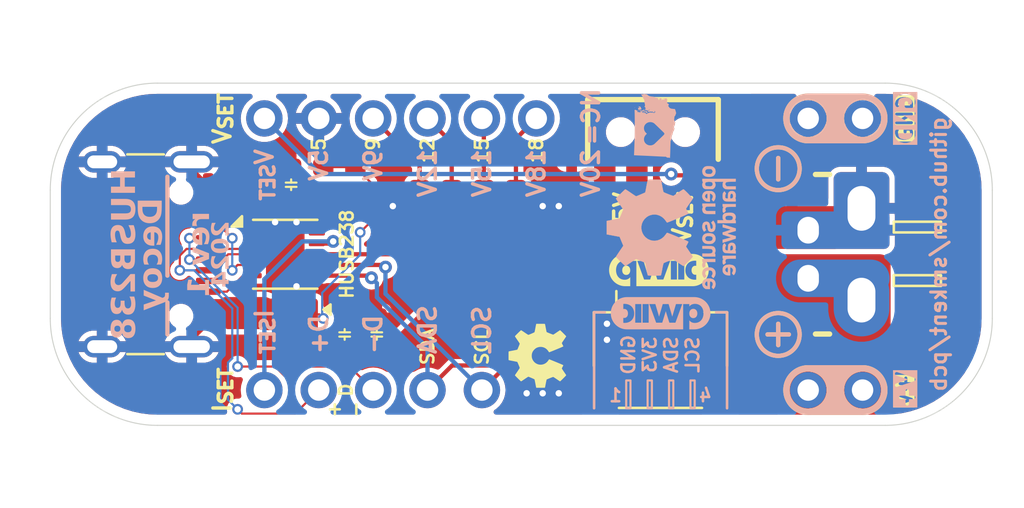
<source format=kicad_pcb>
(kicad_pcb (version 20240108) (generator "pcbnew") (generator_version "8.0")
  (layers (0 "F.Cu" signal) (31 "B.Cu" signal) (34 "B.Paste" user) (35 "F.Paste" user) (36 "B.SilkS" user "B.Silkscreen") (37 "F.SilkS" user "F.Silkscreen") (38 "B.Mask" user) (39 "F.Mask" user) (44 "Edge.Cuts" user))
  (net 0 "")
  (net 1 "VCC")
  (net 2 "CC2")
  (net 5 "15V_SELECT")
  (net 6 "9V_SELECT")
  (net 7 "GND")
  (net 8 "CC1")
  (net 9 "/GATE_DRIVE")
  (net 10 "/GATE")
  (net 11 "SDA")
  (net 12 "VSET")
  (net 13 "SCL")
  (net 14 "ISET")
  (net 15 "D_P")
  (net 16 "D_M")
  (net 17 "/VBUS")
  (net 18 "/HUSB238_VIN")
  (net 19 "12V_SELECT")
  (net 20 "18V_SELECT")
  (net 21 "VSET_EXT")
  (net 22 "Net-(R4-Pad1)")
  (net 23 "Net-(R5-Pad1)")
  (net 24 "Net-(R10-Pad2)")
  (net 25 "Net-(R11-Pad2)")
  (footprint "custom:Conn_Combo_TerminalBlock_JST-1x02-XH_PH-pad2gnd" (layer "F.Cu") (at 141.9 70 90)
    (property "Reference" "J2" (hide yes))
    (property "Value" "Connectors")
    (pad "1" thru_hole oval (at -2.145 2.4892 90) (size 3.39 2.6) (drill oval 2.09 1.3) (layers "*.Cu" "*.Mask") (net 1 "VCC"))
    (pad "1" smd roundrect (at -1.25 -0.75 90) (size 2 5) (layers "F.Cu" "F.Paste" "F.Mask") (net 1 "VCC"))
    (pad "1" thru_hole oval (at -1.125 0 90) (size 1.75 5.05) (drill oval 1.25 1 (offset 0 1.275)) (layers "*.Cu" "*.Mask") (net 1 "VCC"))
    (pad "2" thru_hole roundrect (at 1.125 0 90) (size 1.75 5.05) (drill oval 1.25 1 (offset 0 1.275)) (layers "*.Cu" "*.Mask") (roundrect_rratio 0.1428571429) (net 7 "GND"))
    (pad "2" smd roundrect (at 1.25 -0.75 90) (size 2 5) (layers "F.Cu" "F.Paste" "F.Mask") (net 7 "GND"))
    (pad "2" thru_hole roundrect (at 2.145 2.4892 90) (size 3.39 2.6) (drill oval 2.09 1.3) (layers "*.Cu" "*.Mask") (roundrect_rratio 0.125) (net 7 "GND"))
    (pad "MP" smd roundrect (at -3.85 5.75 90) (size 2.5 3.4) (layers "F.Cu" "F.Paste" "F.Mask") (roundrect_rratio 0.166667) (net 7 "GND"))
    (pad "MP" smd roundrect (at 3.85 5.75 90) (size 2.5 3.4) (layers "F.Cu" "F.Paste" "F.Mask") (roundrect_rratio 0.166667) (net 7 "GND"))
  )
  (footprint "passives:C_0603_1608Metric" (layer "F.Cu") (at 120.25 73.75 90)
    (property "Reference" "C2" (hide yes))
    (property "Value" "10u")
    (pad "1" smd roundrect (at -0.775 0 90) (size 0.9 0.95) (layers "F.Cu" "F.Paste" "F.Mask") (net 1 "VCC"))
    (pad "2" smd roundrect (at 0.775 0 90) (size 0.9 0.95) (layers "F.Cu" "F.Paste" "F.Mask") (net 7 "GND"))
  )
  (footprint "passives:C_0603_1608Metric" (layer "F.Cu") (at 121.75 73.75 90)
    (property "Reference" "C3" (hide yes))
    (property "Value" "10u")
    (pad "1" smd roundrect (at -0.775 0 90) (size 0.9 0.95) (layers "F.Cu" "F.Paste" "F.Mask") (net 1 "VCC"))
    (pad "2" smd roundrect (at 0.775 0 90) (size 0.9 0.95) (layers "F.Cu" "F.Paste" "F.Mask") (net 7 "GND"))
  )
  (footprint "passives:R_0603_1608Metric" (layer "F.Cu") (at 128.25 70.75 90)
    (property "Reference" "R11" (hide yes))
    (property "Value" "0R")
    (pad "1" smd roundrect (at -0.825 0 90) (size 0.8 0.95) (layers "F.Cu" "F.Paste" "F.Mask") (net 7 "GND"))
    (pad "2" smd roundrect (at 0.825 0 90) (size 0.8 0.95) (layers "F.Cu" "F.Paste" "F.Mask") (net 25 "Net-(R11-Pad2)"))
  )
  (footprint "passives:R_0603_1608Metric" (layer "F.Cu") (at 125.25 70.75 90)
    (property "Reference" "R9" (hide yes))
    (property "Value" "0R")
    (pad "1" smd roundrect (at -0.825 0 90) (size 0.8 0.95) (layers "F.Cu" "F.Paste" "F.Mask") (net 7 "GND"))
    (pad "2" smd roundrect (at 0.825 0 90) (size 0.8 0.95) (layers "F.Cu" "F.Paste" "F.Mask") (net 23 "Net-(R5-Pad1)"))
  )
  (footprint "passives:R_0603_1608Metric" (layer "F.Cu") (at 116.25 66.75 -90)
    (property "Reference" "R1" (hide yes))
    (property "Value" "10R")
    (pad "1" smd roundrect (at -0.825 0 270) (size 0.8 0.95) (layers "F.Cu" "F.Paste" "F.Mask") (net 17 "/VBUS"))
    (pad "2" smd roundrect (at 0.825 0 270) (size 0.8 0.95) (layers "F.Cu" "F.Paste" "F.Mask") (net 18 "/HUSB238_VIN"))
  )
  (footprint "passives:R_0603_1608Metric" (layer "F.Cu") (at 125.25 67.75 90)
    (property "Reference" "R5" (hide yes))
    (property "Value" "10K")
    (pad "1" smd roundrect (at -0.825 0 90) (size 0.8 0.95) (layers "F.Cu" "F.Paste" "F.Mask") (net 23 "Net-(R5-Pad1)"))
    (pad "2" smd roundrect (at 0.825 0 90) (size 0.8 0.95) (layers "F.Cu" "F.Paste" "F.Mask") (net 19 "12V_SELECT"))
  )
  (footprint "packages:SOT-23" (layer "F.Cu") (at 117.75 73.75 -90)
    (property "Reference" "Q1" (hide yes))
    (property "Value" "AO3401A")
    (pad "1" smd roundrect (at -0.9375 -0.95 270) (size 1.475 0.6) (layers "F.Cu" "F.Paste" "F.Mask") (net 9 "/GATE_DRIVE"))
    (pad "2" smd roundrect (at -0.9375 0.95 270) (size 1.475 0.6) (layers "F.Cu" "F.Paste" "F.Mask") (net 17 "/VBUS"))
    (pad "3" smd roundrect (at 0.9375 0 270) (size 1.475 0.6) (layers "F.Cu" "F.Paste" "F.Mask") (net 1 "VCC"))
  )
  (footprint "lcsc:SW-SMD_3P-P1.50_L2.7-W6.6" (layer "F.Cu") (at 134.65 64.75 180)
    (property "Reference" "SW2" (hide yes))
    (property "Value" "SW_SPDT_MountingPin")
    (pad "" np_thru_hole circle (at -1.5 0.46 180) (size 0.9 0.9) (drill 0.9) (layers "F&B.Cu" "*.Mask"))
    (pad "" np_thru_hole circle (at 1.5 0.46 180) (size 0.9 0.9) (drill 0.9) (layers "F&B.Cu" "*.Mask"))
    (pad "1" smd roundrect (at -2.25 -1.56 180) (size 1 1.4) (layers "F.Cu" "F.Paste" "F.Mask") (net 21 "VSET_EXT"))
    (pad "2" smd roundrect (at 0.75 -1.56 180) (size 1 1.4) (layers "F.Cu" "F.Paste" "F.Mask") (net 12 "VSET"))
    (pad "3" smd roundrect (at 2.25 -1.56 180) (size 1 1.4) (layers "F.Cu" "F.Paste" "F.Mask") (net 7 "GND"))
    (pad "MP" smd roundrect (at -3.8 -0.64 180) (size 1 1) (layers "F.Cu" "F.Paste" "F.Mask") (net 7 "GND"))
    (pad "MP" smd roundrect (at -3.8 1.56 180) (size 1 1) (layers "F.Cu" "F.Paste" "F.Mask") (net 7 "GND"))
    (pad "MP" smd roundrect (at 3.8 -0.64 180) (size 1 1) (layers "F.Cu" "F.Paste" "F.Mask") (net 7 "GND"))
    (pad "MP" smd roundrect (at 3.8 1.56 180) (size 1 1) (layers "F.Cu" "F.Paste" "F.Mask") (net 7 "GND"))
  )
  (footprint "passives:R_0603_1608Metric" (layer "F.Cu") (at 126.75 70.75 90)
    (property "Reference" "R10" (hide yes))
    (property "Value" "0R")
    (pad "1" smd roundrect (at -0.825 0 90) (size 0.8 0.95) (layers "F.Cu" "F.Paste" "F.Mask") (net 7 "GND"))
    (pad "2" smd roundrect (at 0.825 0 90) (size 0.8 0.95) (layers "F.Cu" "F.Paste" "F.Mask") (net 24 "Net-(R10-Pad2)"))
  )
  (footprint "passives:C_0603_1608Metric" (layer "F.Cu") (at 117.75 66.75 90)
    (property "Reference" "C1" (hide yes))
    (property "Value" "1u")
    (pad "1" smd roundrect (at -0.775 0 90) (size 0.9 0.95) (layers "F.Cu" "F.Paste" "F.Mask") (net 18 "/HUSB238_VIN"))
    (pad "2" smd roundrect (at 0.775 0 90) (size 0.9 0.95) (layers "F.Cu" "F.Paste" "F.Mask") (net 7 "GND"))
  )
  (footprint "passives:R_0603_1608Metric" (layer "F.Cu") (at 126.75 67.75 90)
    (property "Reference" "R6" (hide yes))
    (property "Value" "14K")
    (pad "1" smd roundrect (at -0.825 0 90) (size 0.8 0.95) (layers "F.Cu" "F.Paste" "F.Mask") (net 24 "Net-(R10-Pad2)"))
    (pad "2" smd roundrect (at 0.825 0 90) (size 0.8 0.95) (layers "F.Cu" "F.Paste" "F.Mask") (net 5 "15V_SELECT"))
  )
  (footprint "passives:R_0603_1608Metric" (layer "F.Cu") (at 123.75 70.75 90)
    (property "Reference" "R8" (hide yes))
    (property "Value" "0R")
    (pad "1" smd roundrect (at -0.825 0 90) (size 0.8 0.95) (layers "F.Cu" "F.Paste" "F.Mask") (net 7 "GND"))
    (pad "2" smd roundrect (at 0.825 0 90) (size 0.8 0.95) (layers "F.Cu" "F.Paste" "F.Mask") (net 22 "Net-(R4-Pad1)"))
  )
  (footprint "connector:Qwiic-SMD-horizontal-logo-bottom-pinout" (layer "F.Cu") (at 135 74.5)
    (property "Reference" "J5" (hide yes))
    (property "Value" "Qwiic")
    (fp_text user "SDA" (at 0.5 0.2 90) (layer "B.SilkS") (effects (font (size 0.6 0.6) (thickness 0.12) (bold yes)) (justify mirror)))
    (fp_text user "GND" (at -1.5 0.2 90) (layer "B.SilkS") (effects (font (size 0.6 0.6) (thickness 0.12) (bold yes)) (justify mirror)))
    (fp_text user "1" (at -2.1 2.1 0) (layer "B.SilkS") (effects (font (size 0.6 0.6) (thickness 0.12) (bold yes)) (justify mirror)))
    (fp_text user "SCL" (at 1.5 0.2 90) (layer "B.SilkS") (effects (font (size 0.6 0.6) (thickness 0.12) (bold yes)) (justify mirror)))
    (fp_text user "3V3" (at -0.5 0.2 90) (layer "B.SilkS") (effects (font (size 0.6 0.6) (thickness 0.12) (bold yes)) (justify mirror)))
    (fp_text user "4" (at 2.1 2.1 0) (layer "B.SilkS") (effects (font (size 0.6 0.6) (thickness 0.12) (bold yes)) (justify mirror)))
    (pad "1" smd roundrect (at -1.5 -2) (size 0.6 1.55) (layers "F.Cu" "F.Paste" "F.Mask") (net 7 "GND"))
    (pad "2" smd roundrect (at -0.5 -2) (size 0.6 1.55) (layers "F.Cu" "F.Paste" "F.Mask"))
    (pad "3" smd roundrect (at 0.5 -2) (size 0.6 1.55) (layers "F.Cu" "F.Paste" "F.Mask") (net 11 "SDA"))
    (pad "4" smd roundrect (at 1.5 -2) (size 0.6 1.55) (layers "F.Cu" "F.Paste" "F.Mask") (net 13 "SCL"))
    (pad "MP" smd roundrect (at -2.8 1.875) (size 1.2 1.8) (layers "F.Cu" "F.Paste" "F.Mask") (roundrect_rratio 0.208333) (net 7 "GND"))
    (pad "MP" smd roundrect (at 2.8 1.875) (size 1.2 1.8) (layers "F.Cu" "F.Paste" "F.Mask") (roundrect_rratio 0.208333) (net 7 "GND"))
  )
  (footprint "passives:R_0603_1608Metric" (layer "F.Cu") (at 123.75 67.75 90)
    (property "Reference" "R4" (hide yes))
    (property "Value" "6K")
    (pad "1" smd roundrect (at -0.825 0 90) (size 0.8 0.95) (layers "F.Cu" "F.Paste" "F.Mask") (net 22 "Net-(R4-Pad1)"))
    (pad "2" smd roundrect (at 0.825 0 90) (size 0.8 0.95) (layers "F.Cu" "F.Paste" "F.Mask") (net 6 "9V_SELECT"))
  )
  (footprint "connector:USB-C-Receptacle-16P-TopMount-Horizontal" (layer "F.Cu") (at 110 70 -90)
    (property "Reference" "J1" (hide yes))
    (property "Value" "USB_C_Receptacle_USB2.0_16P")
    (pad "" np_thru_hole circle (at -2.89 -2.605 270) (size 0.65 0.65) (drill 0.65) (layers "F&B.Cu" "*.Mask"))
    (pad "" np_thru_hole circle (at 2.89 -2.605 270) (size 0.65 0.65) (drill 0.65) (layers "F&B.Cu" "*.Mask"))
    (pad "A1" smd roundrect (at -3.2 -3.88 270) (size 0.6 1.15) (layers "F.Cu" "F.Paste" "F.Mask") (net 7 "GND"))
    (pad "A4" smd roundrect (at -2.4 -3.88 270) (size 0.6 1.15) (layers "F.Cu" "F.Paste" "F.Mask") (net 17 "/VBUS"))
    (pad "A5" smd roundrect (at -1.25 -3.88 270) (size 0.3 1.15) (layers "F.Cu" "F.Paste" "F.Mask") (net 8 "CC1"))
    (pad "A6" smd roundrect (at -0.25 -3.88 270) (size 0.3 1.15) (layers "F.Cu" "F.Paste" "F.Mask") (net 15 "D_P"))
    (pad "A7" smd roundrect (at 0.25 -3.88 270) (size 0.3 1.15) (layers "F.Cu" "F.Paste" "F.Mask") (net 16 "D_M"))
    (pad "A8" smd roundrect (at 1.25 -3.88 270) (size 0.3 1.15) (layers "F.Cu" "F.Paste" "F.Mask"))
    (pad "A9" smd roundrect (at 2.4 -3.88 270) (size 0.6 1.15) (layers "F.Cu" "F.Paste" "F.Mask") (net 17 "/VBUS"))
    (pad "A12" smd roundrect (at 3.2 -3.88 270) (size 0.6 1.15) (layers "F.Cu" "F.Paste" "F.Mask") (net 7 "GND"))
    (pad "B1" smd roundrect (at 3.2 -3.88 270) (size 0.6 1.15) (layers "F.Cu" "F.Paste" "F.Mask") (net 7 "GND"))
    (pad "B4" smd roundrect (at 2.4 -3.88 270) (size 0.6 1.15) (layers "F.Cu" "F.Paste" "F.Mask") (net 17 "/VBUS"))
    (pad "B5" smd roundrect (at 1.75 -3.88 270) (size 0.3 1.15) (layers "F.Cu" "F.Paste" "F.Mask") (net 2 "CC2"))
    (pad "B6" smd roundrect (at 0.75 -3.88 270) (size 0.3 1.15) (layers "F.Cu" "F.Paste" "F.Mask") (net 15 "D_P"))
    (pad "B7" smd roundrect (at -0.75 -3.88 270) (size 0.3 1.15) (layers "F.Cu" "F.Paste" "F.Mask") (net 16 "D_M"))
    (pad "B8" smd roundrect (at -1.75 -3.88 270) (size 0.3 1.15) (layers "F.Cu" "F.Paste" "F.Mask"))
    (pad "B9" smd roundrect (at -2.4 -3.88 270) (size 0.6 1.15) (layers "F.Cu" "F.Paste" "F.Mask") (net 17 "/VBUS"))
    (pad "B12" smd roundrect (at -3.2 -3.88 270) (size 0.6 1.15) (layers "F.Cu" "F.Paste" "F.Mask") (net 7 "GND"))
    (pad "S1" thru_hole oval (at -4.32 -3.105 270) (size 1 2.1) (drill oval 0.6 1.7) (layers "*.Cu" "*.Mask" "F.Paste") (net 7 "GND"))
    (pad "S1" thru_hole oval (at -4.32 1.075 270) (size 1 1.8) (drill oval 0.6 1.4) (layers "*.Cu" "*.Mask" "F.Paste") (net 7 "GND"))
    (pad "S1" thru_hole oval (at 4.32 -3.105 270) (size 1 2.1) (drill oval 0.6 1.7) (layers "*.Cu" "*.Mask" "F.Paste") (net 7 "GND"))
    (pad "S1" thru_hole oval (at 4.32 1.075 270) (size 1 1.8) (drill oval 0.6 1.4) (layers "*.Cu" "*.Mask" "F.Paste") (net 7 "GND"))
  )
  (footprint "graphics:oshw-logo-3mm" (layer "F.Cu") (at 129.25 74.75 90)
    (property "Reference" "G***" (hide yes))
    (property "Value" "LOGO" (hide yes))
  )
  (footprint "passives:R_0603_1608Metric" (layer "F.Cu") (at 128.25 67.75 90)
    (property "Reference" "R7" (hide yes))
    (property "Value" "17K4")
    (pad "1" smd roundrect (at -0.825 0 90) (size 0.8 0.95) (layers "F.Cu" "F.Paste" "F.Mask") (net 25 "Net-(R11-Pad2)"))
    (pad "2" smd roundrect (at 0.825 0 90) (size 0.8 0.95) (layers "F.Cu" "F.Paste" "F.Mask") (net 20 "18V_SELECT"))
  )
  (footprint "passives:R_0603_1608Metric" (layer "F.Cu") (at 120.75 66.75 -90)
    (property "Reference" "R3" (hide yes))
    (property "Value" "51K")
    (pad "1" smd roundrect (at -0.825 0 270) (size 0.8 0.95) (layers "F.Cu" "F.Paste" "F.Mask") (net 9 "/GATE_DRIVE"))
    (pad "2" smd roundrect (at 0.825 0 270) (size 0.8 0.95) (layers "F.Cu" "F.Paste" "F.Mask") (net 17 "/VBUS"))
  )
  (footprint "passives:R_0603_1608Metric" (layer "F.Cu") (at 119.25 66.75 90)
    (property "Reference" "R2" (hide yes))
    (property "Value" "5K1")
    (pad "1" smd roundrect (at -0.825 0 90) (size 0.8 0.95) (layers "F.Cu" "F.Paste" "F.Mask") (net 10 "/GATE"))
    (pad "2" smd roundrect (at 0.825 0 90) (size 0.8 0.95) (layers "F.Cu" "F.Paste" "F.Mask") (net 9 "/GATE_DRIVE"))
  )
  (footprint "Package_DFN_QFN:WDFN-10-1EP_3x3mm_P0.5mm_EP1.8x2.5mm" (layer "F.Cu") (at 117.475 70)
    (property "Reference" "U1" (hide yes))
    (property "Value" "HUSB238_002DD")
    (pad "1" smd roundrect (at -1.475 -1) (size 0.75 0.25) (layers "F.Cu" "F.Paste" "F.Mask") (net 18 "/HUSB238_VIN"))
    (pad "2" smd roundrect (at -1.475 -0.5) (size 0.75 0.25) (layers "F.Cu" "F.Paste" "F.Mask") (net 15 "D_P"))
    (pad "3" smd roundrect (at -1.475 0) (size 0.75 0.25) (layers "F.Cu" "F.Paste" "F.Mask") (net 16 "D_M"))
    (pad "4" smd roundrect (at -1.475 0.5) (size 0.75 0.25) (layers "F.Cu" "F.Paste" "F.Mask") (net 8 "CC1"))
    (pad "5" smd roundrect (at -1.475 1) (size 0.75 0.25) (layers "F.Cu" "F.Paste" "F.Mask") (net 2 "CC2"))
    (pad "6" smd roundrect (at 1.475 1) (size 0.75 0.25) (layers "F.Cu" "F.Paste" "F.Mask") (net 11 "SDA"))
    (pad "7" smd roundrect (at 1.475 0.5) (size 0.75 0.25) (layers "F.Cu" "F.Paste" "F.Mask") (net 13 "SCL"))
    (pad "8" smd roundrect (at 1.475 0) (size 0.75 0.25) (layers "F.Cu" "F.Paste" "F.Mask") (net 12 "VSET"))
    (pad "9" smd roundrect (at 1.475 -0.5) (size 0.75 0.25) (layers "F.Cu" "F.Paste" "F.Mask") (net 14 "ISET"))
    (pad "10" smd roundrect (at 1.475 -1) (size 0.75 0.25) (layers "F.Cu" "F.Paste" "F.Mask") (net 10 "/GATE"))
    (pad "11" smd rect (at 0 0) (size 1.8 2.5) (property pad_prop_heatsink) (layers "F.Cu" "F.Mask") (net 7 "GND"))
  )
  (footprint "custom:PinHeader_1x05_P2.54mm_Vertical_simple" (layer "B.Cu") (at 116.5 76.35 -90)
    (property "Reference" "J4" (hide yes))
    (property "Value" "Pin headers")
    (pad "1" thru_hole oval (at 0 0 270) (size 1.7 1.7) (drill 1) (layers "*.Cu" "*.Mask") (net 14 "ISET"))
    (pad "2" thru_hole oval (at 0 -2.54 270) (size 1.7 1.7) (drill 1) (layers "*.Cu" "*.Mask") (net 15 "D_P"))
    (pad "3" thru_hole oval (at 0 -5.08 270) (size 1.7 1.7) (drill 1) (layers "*.Cu" "*.Mask") (net 16 "D_M"))
    (pad "4" thru_hole oval (at 0 -7.62 270) (size 1.7 1.7) (drill 1) (layers "*.Cu" "*.Mask") (net 11 "SDA"))
    (pad "5" thru_hole oval (at 0 -10.16 270) (size 1.7 1.7) (drill 1) (layers "*.Cu" "*.Mask") (net 13 "SCL"))
  )
  (footprint "custom:PinHeader_1x06_P2.54mm_Vertical_simple" (layer "B.Cu") (at 116.5 63.65 -90)
    (property "Reference" "J3" (hide yes))
    (property "Value" "Pin headers")
    (pad "1" thru_hole oval (at 0 0 270) (size 1.7 1.7) (drill 1) (layers "*.Cu" "*.Mask") (net 21 "VSET_EXT"))
    (pad "2" thru_hole oval (at 0 -2.54 270) (size 1.7 1.7) (drill 1) (layers "*.Cu" "*.Mask") (net 7 "GND"))
    (pad "3" thru_hole oval (at 0 -5.08 270) (size 1.7 1.7) (drill 1) (layers "*.Cu" "*.Mask") (net 6 "9V_SELECT"))
    (pad "4" thru_hole oval (at 0 -7.62 270) (size 1.7 1.7) (drill 1) (layers "*.Cu" "*.Mask") (net 19 "12V_SELECT"))
    (pad "5" thru_hole oval (at 0 -10.16 270) (size 1.7 1.7) (drill 1) (layers "*.Cu" "*.Mask") (net 5 "15V_SELECT"))
    (pad "6" thru_hole oval (at 0 -12.7 270) (size 1.7 1.7) (drill 1) (layers "*.Cu" "*.Mask") (net 20 "18V_SELECT"))
  )
  (footprint "custom:PinHeader_1x02_P2.54mm_Vertical_simple" (layer "B.Cu") (at 141.9 76.35 -90)
    (property "Reference" "J7" (hide yes))
    (property "Value" "Pin headers")
    (pad "1" thru_hole oval (at 0 0 270) (size 1.7 1.7) (drill 1) (layers "*.Cu" "*.Mask") (net 1 "VCC"))
    (pad "2" thru_hole oval (at 0 -2.54 270) (size 1.7 1.7) (drill 1) (layers "*.Cu" "*.Mask") (net 1 "VCC"))
  )
  (footprint "graphics:wa-state-heart-3mm" (layer "B.Cu") (at 134.75 64 -90)
    (property "Reference" "G***" (hide yes))
    (property "Value" "LOGO" (hide yes))
  )
  (footprint "Symbol:OSHW-Logo_5.7x6mm_SilkScreen" (layer "B.Cu") (at 135.5 68.75 -90)
    (property "Reference" "REF**" (hide yes))
    (property "Value" "OSHW-Logo_5.7x6mm_SilkScreen" (hide yes))
  )
  (footprint "custom:PinHeader_1x02_P2.54mm_Vertical_simple" (layer "B.Cu") (at 141.9 63.65 -90)
    (property "Reference" "J6" (hide yes))
    (property "Value" "Pin headers")
    (pad "1" thru_hole oval (at 0 0 270) (size 1.7 1.7) (drill 1) (layers "*.Cu" "*.Mask") (net 7 "GND"))
    (pad "2" thru_hole oval (at 0 -2.54 270) (size 1.7 1.7) (drill 1) (layers "*.Cu" "*.Mask") (net 7 "GND"))
  )
  (gr_poly (pts (arc (start 141.9 75.334) (mid 142.916 76.35) (end 141.9 77.366)) (arc (start 144.44 77.366) (mid 143.424 76.35) (end 144.44 75.334))) (stroke (width 0.3)) (fill solid) (layer "B.SilkS"))
  (gr_poly (pts (arc (start 141.9 62.633826) (mid 142.916 63.649826) (end 141.9 64.665826)) (arc (start 144.44 64.665826) (mid 143.424 63.649826) (end 144.44 62.633826))) (stroke (width 0.3)) (fill solid) (layer "B.SilkS"))
  (gr_line (start 140.5 65.5) (end 140.5 66.5) (stroke (width 0.2)) (layer "B.SilkS"))
  (gr_circle (center 141.9 63.649826) (end 140.884 63.649826) (stroke (width 0.3)) (fill none) (layer "B.SilkS"))
  (gr_circle (center 140.5 73.75) (end 140.5 72.75) (stroke (width 0.2)) (fill none) (layer "B.SilkS"))
  (gr_line (start 111.97 66.375) (end 111.97 71) (stroke (width 0.2)) (layer "B.SilkS"))
  (gr_line (start 111.97 72.25) (end 111.97 73.75) (stroke (width 0.2)) (layer "B.SilkS"))
  (gr_circle (center 140.5 66) (end 140.5 65) (stroke (width 0.2)) (fill none) (layer "B.SilkS"))
  (gr_circle (center 144.44 76.35) (end 143.424 76.35) (stroke (width 0.3)) (fill none) (layer "B.SilkS"))
  (gr_line (start 141 73.75) (end 140 73.75) (stroke (width 0.2)) (layer "B.SilkS"))
  (gr_circle (center 141.9 76.35) (end 140.884 76.35) (stroke (width 0.3)) (fill none) (layer "B.SilkS"))
  (gr_circle (center 144.44 63.649826) (end 143.424 63.649826) (stroke (width 0.3)) (fill none) (layer "B.SilkS"))
  (gr_line (start 140.5 73.25) (end 140.5 74.25) (stroke (width 0.2)) (layer "B.SilkS"))
  (gr_line (start 140 73.75) (end 141 73.75) (stroke (width 0.2)) (layer "F.SilkS"))
  (gr_circle (center 141.9 63.649826) (end 142.916 63.649826) (stroke (width 0.3)) (fill none) (layer "F.SilkS"))
  (gr_circle (center 140.5 66) (end 140.5 65) (stroke (width 0.2)) (fill none) (layer "F.SilkS"))
  (gr_circle (center 144.44 76.35) (end 145.456 76.35) (stroke (width 0.3)) (fill none) (layer "F.SilkS"))
  (gr_line (start 140.5 65.5) (end 140.5 66.5) (stroke (width 0.2)) (layer "F.SilkS"))
  (gr_line (start 140.5 73.25) (end 140.5 74.25) (stroke (width 0.2)) (layer "F.SilkS"))
  (gr_poly (pts (arc (start 144.44 62.633826) (mid 143.424 63.649826) (end 144.44 64.665826)) (arc (start 141.9 64.665826) (mid 142.916 63.649826) (end 141.9 62.633826))) (stroke (width 0.3)) (fill solid) (layer "F.SilkS"))
  (gr_poly (pts (arc (start 144.44 75.334) (mid 143.424 76.35) (end 144.44 77.366)) (arc (start 141.9 77.366) (mid 142.916 76.35) (end 141.9 75.334))) (stroke (width 0.3)) (fill solid) (layer "F.SilkS"))
  (gr_circle (center 141.9 76.35) (end 142.916 76.35) (stroke (width 0.3)) (fill none) (layer "F.SilkS"))
  (gr_circle (center 144.44 63.649826) (end 145.456 63.649826) (stroke (width 0.3)) (fill none) (layer "F.SilkS"))
  (gr_circle (center 140.5 73.75) (end 140.5 72.75) (stroke (width 0.2)) (fill none) (layer "F.SilkS"))
  (gr_arc (start 150.5 73) (mid 149.035534 76.535534) (end 145.5 78) (stroke (width 0.05)) (layer "Edge.Cuts"))
  (gr_line (start 111.5 78) (end 145.5 78) (stroke (width 0.05)) (layer "Edge.Cuts"))
  (gr_arc (start 111.5 78) (mid 107.964466 76.535534) (end 106.5 73) (stroke (width 0.05)) (layer "Edge.Cuts"))
  (gr_line (start 106.5 67) (end 106.5 73) (stroke (width 0.05)) (layer "Edge.Cuts"))
  (gr_arc (start 106.5 67) (mid 107.964466 63.464466) (end 111.5 62) (stroke (width 0.05)) (layer "Edge.Cuts"))
  (gr_line (start 145.5 62) (end 111.5 62) (stroke (width 0.05)) (layer "Edge.Cuts"))
  (gr_arc (start 145.5 62) (mid 149.035534 63.464466) (end 150.5 67) (stroke (width 0.05)) (layer "Edge.Cuts"))
  (gr_line (start 150.5 73) (end 150.5 67) (stroke (width 0.05)) (layer "Edge.Cuts"))
  (gr_text "NC=" (at 131.75 65 90) (layer "B.SilkS") (effects (font (size 0.8 0.8) (thickness 0.16) (bold yes)) (justify right mirror)))
  (gr_text "GND" (at 146 63.65 90) (layer "B.SilkS" knockout) (effects (font (size 0.8 0.8) (thickness 0.16) (bold yes)) (justify top mirror)))
  (gr_text "12V" (at 124.12 65 90) (layer "B.SilkS") (effects (font (size 0.8 0.8) (thickness 0.16) (bold yes)) (justify left mirror)))
  (gr_text "5V" (at 119.04 65 90) (layer "B.SilkS") (effects (font (size 0.8 0.8) (thickness 0.16) (bold yes)) (justify left mirror)))
  (gr_text "SCL" (at 126.66 74.75 90) (layer "B.SilkS") (effects (font (size 0.8 0.8) (thickness 0.16) (bold yes)) (justify right mirror)))
  (gr_text "V+" (at 146 76.35 90) (layer "B.SilkS" knockout) (effects (font (size 0.8 0.8) (thickness 0.16) (bold yes)) (justify top mirror)))
  (gr_text "15V" (at 126.66 65 90) (layer "B.SilkS") (effects (font (size 0.8 0.8) (thickness 0.16) (bold yes)) (justify left mirror)))
  (gr_text "18V" (at 129.2 65 90) (layer "B.SilkS") (effects (font (size 0.8 0.8) (thickness 0.16) (bold yes)) (justify left mirror)))
  (gr_text "D+" (at 119.04 74.75 90) (layer "B.SilkS") (effects (font (size 0.8 0.8) (thickness 0.16) (bold yes)) (justify right mirror)))
  (gr_text "Decoy" (at 111.25 70 90) (layer "B.SilkS") (effects (font (size 1.1 1.1) (thickness 0.3) (bold yes)) (justify mirror)))
  (gr_text "I_{SET}" (at 116.5 74.75 90) (layer "B.SilkS") (effects (font (size 0.8 0.8) (thickness 0.16) (bold yes)) (justify right mirror)))
  (gr_text "D-" (at 121.58 74.75 90) (layer "B.SilkS") (effects (font (size 0.8 0.8) (thickness 0.16) (bold yes)) (justify right mirror)))
  (gr_text "rev 1" (at 113.5 70 90) (layer "B.SilkS") (effects (font (size 1 1) (thickness 0.24) (bold yes)) (justify mirror)))
  (gr_text "9V" (at 121.58 65 90) (layer "B.SilkS") (effects (font (size 0.8 0.8) (thickness 0.16) (bold yes)) (justify left mirror)))
  (gr_text "SDA" (at 124.12 74.75 90) (layer "B.SilkS") (effects (font (size 0.8 0.8) (thickness 0.16) (bold yes)) (justify right mirror)))
  (gr_text "V_{SET}" (at 116.5 65 90) (layer "B.SilkS") (effects (font (size 0.8 0.8) (thickness 0.16) (bold yes)) (justify left mirror)))
  (gr_text "2024" (at 114.5 70 90) (layer "B.SilkS") (effects (font (size 0.8 0.8) (thickness 0.24) (bold yes)) (justify mirror)))
  (gr_text "github.com/smkent/pcb" (at 148 70 90) (layer "B.SilkS") (effects (font (size 0.7 0.7) (thickness 0.14) (bold yes)) (justify mirror)))
  (gr_text "HUSB238" (at 110 70 90) (layer "B.SilkS") (effects (font (size 1.1 1.1) (thickness 0.3) (bold yes)) (justify mirror)))
  (gr_text "20V" (at 131.74 65 90) (layer "B.SilkS") (effects (font (size 0.8 0.8) (thickness 0.16) (bold yes)) (justify left mirror)))
  (gr_text "V_{SET}" (at 136 67 90) (layer "F.SilkS") (effects (font (size 0.8 0.8) (thickness 0.16) (bold yes)) (justify right)))
  (gr_text "SCL" (at 126.66 75.25 90) (layer "F.SilkS") (effects (font (size 0.6 0.6) (thickness 0.12) (bold yes)) (justify left)))
  (gr_text "GND" (at 146 63.65 90) (layer "F.SilkS" knockout) (effects (font (size 0.7 0.7) (thickness 0.14) (bold yes)) (justify top)))
  (gr_text "I_{SET}" (at 115 76.35 90) (layer "F.SilkS") (effects (font (size 0.8 0.8) (thickness 0.16) (bold yes)) (justify bottom)))
  (gr_text "-" (at 120.75 77.25 90) (layer "F.SilkS") (effects (font (size 0.6 0.6) (thickness 0.12) (bold yes))))
  (gr_text "HUSB238" (at 120 70 90) (layer "F.SilkS") (effects (font (size 0.6 0.6) (thickness 0.12) (bold yes)) (justify top)))
  (gr_text "12" (at 124.12 64.5 90) (layer "F.SilkS") (effects (font (size 0.6 0.6) (thickness 0.12) (bold yes)) (justify right)))
  (gr_text "5V" (at 133.25 67 90) (layer "F.SilkS") (effects (font (size 0.8 0.8) (thickness 0.16) (bold yes)) (justify right)))
  (gr_text "18" (at 129.2 64.5 90) (layer "F.SilkS") (effects (font (size 0.6 0.6) (thickness 0.12) (bold yes)) (justify right)))
  (gr_text "15" (at 126.66 64.5 90) (layer "F.SilkS") (effects (font (size 0.6 0.6) (thickness 0.12) (bold yes)) (justify right)))
  (gr_text "9" (at 121.58 64.5 90) (layer "F.SilkS") (effects (font (size 0.6 0.6) (thickness 0.12) (bold yes)) (justify right)))
  (gr_text "V+" (at 146 76.35 90) (layer "F.SilkS" knockout) (effects (font (size 0.7 0.7) (thickness 0.14) (bold yes)) (justify top)))
  (gr_text "+" (at 119.75 77.25 90) (layer "F.SilkS") (effects (font (size 0.6 0.6) (thickness 0.12) (bold yes))))
  (gr_text "V_{SET}" (at 115 63.65 90) (layer "F.SilkS") (effects (font (size 0.8 0.8) (thickness 0.16) (bold yes)) (justify bottom)))
  (gr_text "SDA" (at 124.12 75.25 90) (layer "F.SilkS") (effects (font (size 0.6 0.6) (thickness 0.12) (bold yes)) (justify left)))
  (gr_text "D" (at 120.31 76.35 90) (layer "F.SilkS") (effects (font (size 0.6 0.6) (thickness 0.12) (bold yes))))
  (gr_text "5" (at 119.04 64.5 90) (layer "F.SilkS") (effects (font (size 0.6 0.6) (thickness 0.12) (bold yes)) (justify right)))
  (segment (start 116 71) (end 115.5 71) (width 0.1) (layer "F.Cu") (net 2))
  (segment (start 114.75 71.75) (end 113.88 71.75) (width 0.1) (layer "F.Cu") (net 2))
  (segment (start 115.5 71) (end 114.75 71.75) (width 0.1) (layer "F.Cu") (net 2))
  (segment (start 126.75 63.74) (end 126.66 63.65) (width 0.2) (layer "F.Cu") (net 5))
  (segment (start 126.75 66.925) (end 126.75 63.74) (width 0.2) (layer "F.Cu") (net 5))
  (segment (start 123.75 66.925) (end 123.75 65.82) (width 0.2) (layer "F.Cu") (net 6))
  (segment (start 123.75 65.82) (end 121.58 63.65) (width 0.2) (layer "F.Cu") (net 6))
  (segment (start 113.88 73.2) (end 114.75 74.07) (width 0.2) (layer "F.Cu") (net 7))
  (segment (start 117.475 69.275) (end 117.5 69.25) (width 0.2) (layer "F.Cu") (net 7))
  (segment (start 113.105 65.68) (end 113.105 66.025) (width 0.2) (layer "F.Cu") (net 7))
  (segment (start 113.105 73.975) (end 113.88 73.2) (width 0.2) (layer "F.Cu") (net 7))
  (segment (start 113.88 66.8) (end 114.5 66.18) (width 0.2) (layer "F.Cu") (net 7))
  (segment (start 113.105 74.32) (end 113.105 73.975) (width 0.2) (layer "F.Cu") (net 7))
  (segment (start 113.105 66.025) (end 113.88 66.8) (width 0.2) (layer "F.Cu") (net 7))
  (segment (start 117.475 70) (end 117.475 69.275) (width 0.2) (layer "F.Cu") (net 7))
  (via (at 122.5 67.75) (size 0.6) (drill 0.3) (layers "F.Cu" "B.Cu") (net 7))
  (via (at 132.5 73.25) (size 0.6) (drill 0.3) (layers "F.Cu" "B.Cu") (net 7))
  (via (at 132.5 74) (size 0.6) (drill 0.3) (layers "F.Cu" "B.Cu") (net 7))
  (via (at 117 68.5) (size 0.6) (drill 0.3) (layers "F.Cu" "B.Cu") (net 7))
  (via (at 129.5 76.5) (size 0.6) (drill 0.3) (layers "F.Cu" "B.Cu") (net 7))
  (via (at 129.5 67.75) (size 0.6) (drill 0.3) (layers "F.Cu" "B.Cu") (net 7))
  (via (at 118 71.5) (size 0.6) (drill 0.3) (layers "F.Cu" "B.Cu") (net 7))
  (via (at 118 68.5) (size 0.6) (drill 0.3) (layers "F.Cu" "B.Cu") (net 7))
  (via (at 128.75 76.5) (size 0.6) (drill 0.3) (layers "F.Cu" "B.Cu") (net 7))
  (via (at 130.25 76.5) (size 0.6) (drill 0.3) (layers "F.Cu" "B.Cu") (net 7))
  (via (at 130.25 67.75) (size 0.6) (drill 0.3) (layers "F.Cu" "B.Cu") (net 7))
  (segment (start 115.25 70.5) (end 115 70.75) (width 0.1) (layer "F.Cu") (net 8))
  (segment (start 114.5 68.75) (end 113.88 68.75) (width 0.1) (layer "F.Cu") (net 8))
  (segment (start 116 70.5) (end 115.25 70.5) (width 0.1) (layer "F.Cu") (net 8))
  (segment (start 115 69.25) (end 114.5 68.75) (width 0.1) (layer "F.Cu") (net 8))
  (via (at 115 69.25) (size 0.5) (drill 0.3) (layers "F.Cu" "B.Cu") (net 8))
  (via (at 115 70.75) (size 0.5) (drill 0.3) (layers "F.Cu" "B.Cu") (net 8))
  (segment (start 115 70.75) (end 115 69.25) (width 0.1) (layer "B.Cu") (net 8))
  (segment (start 119.25 65.925) (end 120.75 65.925) (width 0.1) (layer "F.Cu") (net 9))
  (segment (start 118.7 72.8125) (end 119.0625 72.8125) (width 0.1) (layer "F.Cu") (net 9))
  (segment (start 121.475 66.65) (end 120.75 65.925) (width 0.1) (layer "F.Cu") (net 9))
  (segment (start 120.975 68.975) (end 121.475 68.475) (width 0.1) (layer "F.Cu") (net 9))
  (segment (start 121.475 68.475) (end 121.475 66.65) (width 0.1) (layer "F.Cu") (net 9))
  (segment (start 119.0625 72.8125) (end 119.25 73) (width 0.1) (layer "F.Cu") (net 9))
  (via (at 120.975 68.975) (size 0.5) (drill 0.3) (layers "F.Cu" "B.Cu") (net 9))
  (via (at 119.25 73) (size 0.5) (drill 0.3) (layers "F.Cu" "B.Cu") (net 9))
  (segment (start 120.975 70.025) (end 119.2 71.8) (width 0.1) (layer "B.Cu") (net 9))
  (segment (start 119.2 71.8) (end 119.2 72.95) (width 0.1) (layer "B.Cu") (net 9))
  (segment (start 120.975 68.975) (end 120.975 70.025) (width 0.1) (layer "B.Cu") (net 9))
  (segment (start 119.2 72.95) (end 119.25 73) (width 0.1) (layer "B.Cu") (net 9))
  (segment (start 119.25 68.7) (end 119.25 67.575) (width 0.1) (layer "F.Cu") (net 10))
  (segment (start 118.95 69) (end 119.25 68.7) (width 0.1) (layer "F.Cu") (net 10))
  (segment (start 124.12 76.35) (end 125.27 75.2) (width 0.2) (layer "F.Cu") (net 11))
  (segment (start 135.5 73.709313) (end 135.5 72.5) (width 0.2) (layer "F.Cu") (net 11))
  (segment (start 125.27 75.2) (end 127.244314 75.2) (width 0.2) (layer "F.Cu") (net 11))
  (segment (start 121.4 71) (end 118.95 71) (width 0.2) (layer "F.Cu") (net 11))
  (segment (start 127.669314 74.775) (end 134.434313 74.775) (width 0.2) (layer "F.Cu") (net 11))
  (segment (start 134.434313 74.775) (end 135.5 73.709313) (width 0.2) (layer "F.Cu") (net 11))
  (segment (start 127.244314 75.2) (end 127.669314 74.775) (width 0.2) (layer "F.Cu") (net 11))
  (segment (start 121.5 71.1) (end 121.4 71) (width 0.2) (layer "F.Cu") (net 11))
  (via (at 121.5 71.1) (size 0.6) (drill 0.3) (layers "F.Cu" "B.Cu") (net 11))
  (segment (start 124.12 74.375686) (end 124.12 76.35) (width 0.2) (layer "B.Cu") (net 11))
  (segment (start 121.5 71.1) (end 121.756073 71.356073) (width 0.2) (layer "B.Cu") (net 11))
  (segment (start 121.756073 72.011759) (end 124.12 74.375686) (width 0.2) (layer "B.Cu") (net 11))
  (segment (start 121.756073 71.356073) (end 121.756073 72.011759) (width 0.2) (layer "B.Cu") (net 11))
  (segment (start 133.25 67.5) (end 133.9 66.85) (width 0.2) (layer "F.Cu") (net 12))
  (segment (start 122.637352 70) (end 123.387352 70.75) (width 0.2) (layer "F.Cu") (net 12))
  (segment (start 128.612648 70.75) (end 131.862648 67.5) (width 0.2) (layer "F.Cu") (net 12))
  (segment (start 131.862648 67.5) (end 133.25 67.5) (width 0.2) (layer "F.Cu") (net 12))
  (segment (start 133.9 66.85) (end 133.9 66.31) (width 0.2) (layer "F.Cu") (net 12))
  (segment (start 123.387352 70.75) (end 128.612648 70.75) (width 0.2) (layer "F.Cu") (net 12))
  (segment (start 118.95 70) (end 122.637352 70) (width 0.2) (layer "F.Cu") (net 12))
  (segment (start 134.599999 75.175) (end 136.5 73.274999) (width 0.2) (layer "F.Cu") (net 13))
  (segment (start 126.66 76.35) (end 127.835 75.175) (width 0.2) (layer "F.Cu") (net 13))
  (segment (start 122.156073 70.6) (end 122.056073 70.5) (width 0.2) (layer "F.Cu") (net 13))
  (segment (start 127.835 75.175) (end 134.599999 75.175) (width 0.2) (layer "F.Cu") (net 13))
  (segment (start 136.5 73.274999) (end 136.5 72.5) (width 0.2) (layer "F.Cu") (net 13))
  (segment (start 122.056073 70.5) (end 118.95 70.5) (width 0.2) (layer "F.Cu") (net 13))
  (via (at 122.156073 70.6) (size 0.6) (drill 0.3) (layers "F.Cu" "B.Cu") (net 13))
  (segment (start 122.156073 70.6) (end 122.156073 71.846073) (width 0.2) (layer "B.Cu") (net 13))
  (segment (start 122.156073 71.846073) (end 126.66 76.35) (width 0.2) (layer "B.Cu") (net 13))
  (segment (start 119.713119 69.4) (end 119.613119 69.5) (width 0.2) (layer "F.Cu") (net 14))
  (segment (start 119.613119 69.5) (end 118.95 69.5) (width 0.2) (layer "F.Cu") (net 14))
  (via (at 119.713119 69.4) (size 0.6) (drill 0.3) (layers "F.Cu" "B.Cu") (net 14))
  (segment (start 119.713119 69.4) (end 118.270383 69.4) (width 0.2) (layer "B.Cu") (net 14))
  (segment (start 116.5 71.170383) (end 116.5 76.35) (width 0.2) (layer "B.Cu") (net 14))
  (segment (start 118.270383 69.4) (end 116.5 71.170383) (width 0.2) (layer "B.Cu") (net 14))
  (segment (start 115.375001 69.75) (end 113.88 69.75) (width 0.1) (layer "F.Cu") (net 15))
  (segment (start 112.55 70.75) (end 112.55 70.063603) (width 0.1) (layer "F.Cu") (net 15))
  (segment (start 113.88 70.75) (end 112.55 70.75) (width 0.1) (layer "F.Cu") (net 15))
  (segment (start 112.863603 69.75) (end 113.88 69.75) (width 0.1) (layer "F.Cu") (net 15))
  (segment (start 115.25 77.25) (end 115.45 77.45) (width 0.1) (layer "F.Cu") (net 15))
  (segment (start 116 69.5) (end 115.625001 69.5) (width 0.1) (layer "F.Cu") (net 15))
  (segment (start 117.94 77.45) (end 119.04 76.35) (width 0.1) (layer "F.Cu") (net 15))
  (segment (start 115.625001 69.5) (end 115.375001 69.75) (width 0.1) (layer "F.Cu") (net 15))
  (segment (start 112.55 70.063603) (end 112.863603 69.75) (width 0.1) (layer "F.Cu") (net 15))
  (segment (start 115.45 77.45) (end 117.94 77.45) (width 0.1) (layer "F.Cu") (net 15))
  (via (at 112.55 70.75) (size 0.5) (drill 0.3) (layers "F.Cu" "B.Cu") (net 15))
  (via (at 115.25 77.25) (size 0.5) (drill 0.3) (layers "F.Cu" "B.Cu") (net 15))
  (segment (start 113.217158 70.75) (end 112.55 70.75) (width 0.1) (layer "B.Cu") (net 15))
  (segment (start 115 74.863603) (end 115 72.532842) (width 0.1) (layer "B.Cu") (net 15))
  (segment (start 115.25 77.25) (end 114.8 76.8) (width 0.1) (layer "B.Cu") (net 15))
  (segment (start 114.8 75.063603) (end 115 74.863603) (width 0.1) (layer "B.Cu") (net 15))
  (segment (start 114.8 76.8) (end 114.8 75.063603) (width 0.1) (layer "B.Cu") (net 15))
  (segment (start 115 72.532842) (end 113.217158 70.75) (width 0.1) (layer "B.Cu") (net 15))
  (segment (start 118.494842 75.25) (end 120.48 75.25) (width 0.1) (layer "F.Cu") (net 16))
  (segment (start 113.88 70.25) (end 113 70.25) (width 0.1) (layer "F.Cu") (net 16))
  (segment (start 117 75.25) (end 117.425 75.675) (width 0.1) (layer "F.Cu") (net 16))
  (segment (start 115.25 75.25) (end 117 75.25) (width 0.1) (layer "F.Cu") (net 16))
  (segment (start 114.562501 70.25) (end 113.88 70.25) (width 0.1) (layer "F.Cu") (net 16))
  (segment (start 120.48 75.25) (end 121.58 76.35) (width 0.1) (layer "F.Cu") (net 16))
  (segment (start 113 69.25) (end 113.88 69.25) (width 0.1) (layer "F.Cu") (net 16))
  (segment (start 114.812501 70) (end 114.562501 70.25) (width 0.1) (layer "F.Cu") (net 16))
  (segment (start 116 70) (end 114.812501 70) (width 0.1) (layer "F.Cu") (net 16))
  (segment (start 117.425 75.675) (end 118.069842 75.675) (width 0.1) (layer "F.Cu") (net 16))
  (segment (start 118.069842 75.675) (end 118.494842 75.25) (width 0.1) (layer "F.Cu") (net 16))
  (via (at 115.25 75.25) (size 0.5) (drill 0.3) (layers "F.Cu" "B.Cu") (net 16))
  (via (at 113 70.25) (size 0.5) (drill 0.3) (layers "F.Cu" "B.Cu") (net 16))
  (via (at 113 69.25) (size 0.5) (drill 0.3) (layers "F.Cu" "B.Cu") (net 16))
  (segment (start 115.25 75.25) (end 115.25 72.5) (width 0.1) (layer "B.Cu") (net 16))
  (segment (start 113 70.25) (end 113 69.25) (width 0.1) (layer "B.Cu") (net 16))
  (segment (start 115.25 72.5) (end 113 70.25) (width 0.1) (layer "B.Cu") (net 16))
  (segment (start 114.65 67.6) (end 113.88 67.6) (width 0.2) (layer "F.Cu") (net 17))
  (segment (start 117.05 66.725) (end 116.25 65.925) (width 0.2) (layer "F.Cu") (net 17))
  (segment (start 116.25 66) (end 114.65 67.6) (width 0.2) (layer "F.Cu") (net 17))
  (segment (start 119.9 66.725) (end 117.05 66.725) (width 0.2) (layer "F.Cu") (net 17))
  (segment (start 120.75 67.575) (end 119.9 66.725) (width 0.2) (layer "F.Cu") (net 17))
  (segment (start 116.25 65.925) (end 116.25 66) (width 0.2) (layer "F.Cu") (net 17))
  (segment (start 116.3 67.525) (end 116.25 67.575) (width 0.2) (layer "F.Cu") (net 18))
  (segment (start 116 67.825) (end 116.25 67.575) (width 0.2) (layer "F.Cu") (net 18))
  (segment (start 116 69) (end 116 67.825) (width 0.2) (layer "F.Cu") (net 18))
  (segment (start 117.75 67.525) (end 116.3 67.525) (width 0.2) (layer "F.Cu") (net 18))
  (segment (start 124.12 63.65) (end 125.25 64.78) (width 0.2) (layer "F.Cu") (net 19))
  (segment (start 125.25 64.78) (end 125.25 66.925) (width 0.2) (layer "F.Cu") (net 19))
  (segment (start 129.2 63.65) (end 128.25 64.6) (width 0.2) (layer "F.Cu") (net 20))
  (segment (start 128.25 64.6) (end 128.25 66.925) (width 0.2) (layer "F.Cu") (net 20))
  (segment (start 136.9 66.31) (end 135.56 66.31) (width 0.2) (layer "F.Cu") (net 21))
  (segment (start 135.56 66.31) (end 135.5 66.25) (width 0.2) (layer "F.Cu") (net 21))
  (via (at 135.5 66.25) (size 0.6) (drill 0.3) (layers "F.Cu" "B.Cu") (net 21))
  (segment (start 119.1 66.25) (end 116.5 63.65) (width 0.2) (layer "B.Cu") (net 21))
  (segment (start 135.5 66.25) (end 119.1 66.25) (width 0.2) (layer "B.Cu") (net 21))
  (segment (start 123.75 68.575) (end 123.75 69.925) (width 0.2) (layer "F.Cu") (net 22))
  (segment (start 125.25 69.925) (end 125.25 68.575) (width 0.2) (layer "F.Cu") (net 23))
  (segment (start 126.75 68.575) (end 126.75 69.925) (width 0.2) (layer "F.Cu") (net 24))
  (segment (start 128.25 69.925) (end 128.25 68.575) (width 0.2) (layer "F.Cu") (net 25))
  (zone (net 1) (net_name "VCC") (layer "F.Cu") (priority 1) (connect_pads yes (clearance 0)) (min_thickness 0.25) (fill yes (thermal_gap 0.5) (thermal_bridge_width 0.5) (smoothing fillet) (radius 0.5))
    (polygon (pts (xy 117.5 74) (xy 122.5 74) (xy 124.25 72.25) (xy 129.75 72.25) (xy 132 70) (xy 145.75 70) (xy 145.75 77.5) (xy 140.75 77.5) (xy 140.75 74.25) (xy 138 71.5) (xy 133 71.5) (xy 129 75.5) (xy 117.5 75.5)))
  )
  (zone (net 17) (net_name "/VBUS") (layer "F.Cu") (priority 1) (connect_pads yes (clearance 0)) (min_thickness 0.25) (fill yes (thermal_gap 0.5) (thermal_bridge_width 0.5) (smoothing fillet) (radius 0.5))
    (polygon (pts (xy 117 72) (xy 114.5 72) (xy 114.5 66.5) (xy 110.75 66.5) (xy 110 67.25) (xy 110 72.75) (xy 110.75 73.5) (xy 117 73.5)))
  )
  (zone (net 7) (net_name "GND") (layers "F&B.Cu") (connect_pads (clearance 0.25)) (min_thickness 0.25) (fill yes (thermal_gap 0.25) (thermal_bridge_width 0.5))
    (polygon (pts (xy 105 60) (xy 152 60) (xy 152 80) (xy 105 80)))
  )
)
</source>
